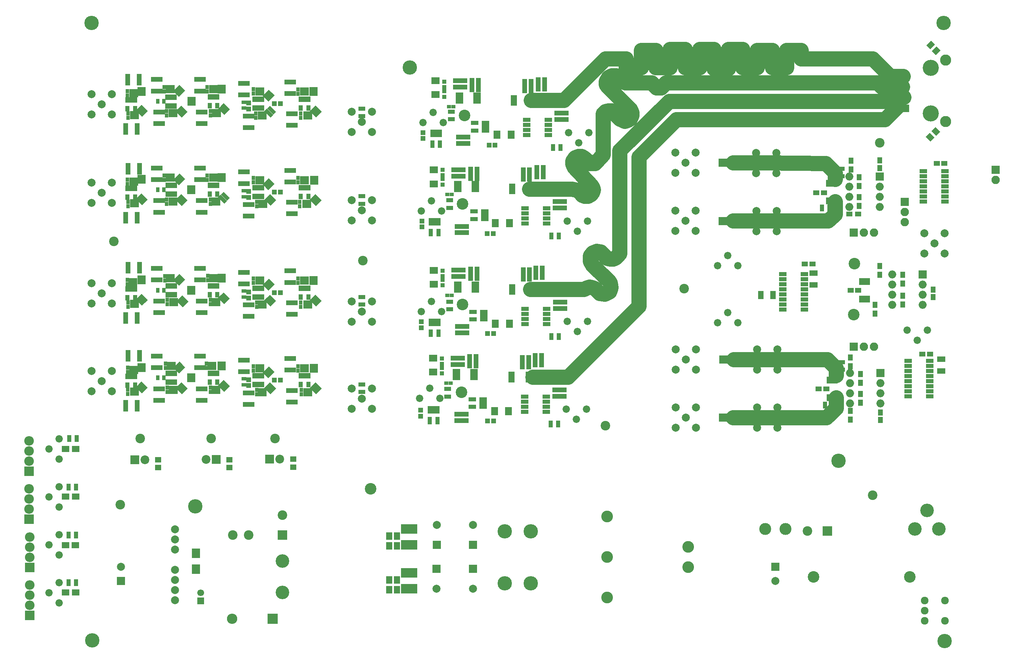
<source format=gbr>
G04 #@! TF.FileFunction,Soldermask,Top*
%FSLAX46Y46*%
G04 Gerber Fmt 4.6, Leading zero omitted, Abs format (unit mm)*
G04 Created by KiCad (PCBNEW 4.0.7) date 10/30/17 15:02:37*
%MOMM*%
%LPD*%
G01*
G04 APERTURE LIST*
%ADD10C,0.100000*%
%ADD11C,3.810000*%
%ADD12C,3.600000*%
%ADD13C,2.400000*%
%ADD14C,2.000000*%
%ADD15R,2.000000X1.400000*%
%ADD16R,2.100000X2.100000*%
%ADD17O,2.100000X2.100000*%
%ADD18C,1.840000*%
%ADD19R,2.000000X2.000000*%
%ADD20O,2.000000X2.000000*%
%ADD21R,2.200000X1.000000*%
%ADD22O,2.398980X2.398980*%
%ADD23R,2.398980X2.398980*%
%ADD24R,2.900000X1.300000*%
%ADD25R,2.400000X2.400000*%
%ADD26R,2.000000X2.400000*%
%ADD27R,2.100000X2.400000*%
%ADD28R,1.650000X1.900000*%
%ADD29R,1.700000X1.700000*%
%ADD30C,1.700000*%
%ADD31R,2.600000X2.600000*%
%ADD32O,2.600000X2.600000*%
%ADD33C,2.900000*%
%ADD34C,3.400000*%
%ADD35C,3.000000*%
%ADD36C,2.940000*%
%ADD37R,0.900000X1.000000*%
%ADD38R,1.000000X2.200000*%
%ADD39R,1.200000X3.600000*%
%ADD40R,3.600000X1.200000*%
%ADD41R,1.900000X1.650000*%
%ADD42R,1.150000X1.600000*%
%ADD43R,1.600000X1.150000*%
%ADD44R,1.100000X1.000000*%
%ADD45R,1.300000X2.900000*%
%ADD46R,1.300000X1.600000*%
%ADD47R,1.050000X1.960000*%
%ADD48R,1.960000X1.050000*%
%ADD49R,1.500000X0.800000*%
%ADD50R,1.850000X0.850000*%
%ADD51R,1.950000X1.000000*%
%ADD52R,0.700000X1.800000*%
%ADD53C,1.924000*%
%ADD54R,1.600000X1.300000*%
%ADD55C,2.800000*%
%ADD56C,4.049980*%
%ADD57R,1.901140X1.901140*%
%ADD58C,1.901140*%
%ADD59R,0.900000X1.300000*%
%ADD60R,1.050000X1.460000*%
%ADD61R,1.150000X1.200000*%
%ADD62R,1.200000X1.150000*%
%ADD63R,2.100000X1.700000*%
%ADD64R,1.700000X2.100000*%
%ADD65R,1.300000X0.900000*%
%ADD66R,1.700000X1.100000*%
%ADD67R,1.100000X1.700000*%
%ADD68R,1.400000X2.000000*%
%ADD69R,1.900000X1.000000*%
%ADD70R,2.200000X2.200000*%
%ADD71C,2.200000*%
%ADD72R,1.650000X1.400000*%
%ADD73R,1.000000X0.900000*%
G04 APERTURE END LIST*
D10*
D11*
X227400000Y-71400000D02*
X227400000Y-68200000D01*
X225600000Y-73000000D02*
X227400000Y-71400000D01*
X210200000Y-73000000D02*
X225600000Y-73000000D01*
X201800000Y-73000000D02*
X210200000Y-73000000D01*
X227400000Y-61000000D02*
X227400000Y-62600000D01*
X225000000Y-58600000D02*
X227400000Y-61000000D01*
X210000000Y-58400000D02*
X225000000Y-58600000D01*
X201800000Y-58400000D02*
X210000000Y-58400000D01*
X227600000Y-120000000D02*
X227600000Y-117400000D01*
X225200000Y-122400000D02*
X227600000Y-120000000D01*
X210400000Y-122400000D02*
X225200000Y-122400000D01*
X201800000Y-122400000D02*
X210400000Y-122400000D01*
X227600000Y-110000000D02*
X227600000Y-111800000D01*
X225400000Y-107800000D02*
X227600000Y-110000000D01*
X202000000Y-107800000D02*
X225400000Y-107800000D01*
X241200000Y-36800000D02*
X244400000Y-36800000D01*
X236800000Y-32400000D02*
X241200000Y-36800000D01*
X218800000Y-32400000D02*
X236800000Y-32400000D01*
X218800000Y-30200000D02*
X218800000Y-32400000D01*
X215200000Y-30200000D02*
X218800000Y-30200000D01*
X215200000Y-34600000D02*
X215200000Y-30200000D01*
X211600000Y-34600000D02*
X215200000Y-34600000D01*
X211600000Y-30200000D02*
X211600000Y-34600000D01*
X207800000Y-30200000D02*
X211600000Y-30200000D01*
X207800000Y-34600000D02*
X207800000Y-30200000D01*
X204200000Y-34600000D02*
X207800000Y-34600000D01*
X204200000Y-30000000D02*
X204200000Y-34600000D01*
X200600000Y-30000000D02*
X204200000Y-30000000D01*
X200600000Y-34800000D02*
X200600000Y-30000000D01*
X197000000Y-34800000D02*
X200600000Y-34800000D01*
X197000000Y-30000000D02*
X197000000Y-34800000D01*
X193400000Y-30000000D02*
X197000000Y-30000000D01*
X193400000Y-34600000D02*
X193400000Y-30000000D01*
X189800000Y-34600000D02*
X193400000Y-34600000D01*
X189800000Y-30000000D02*
X189800000Y-34600000D01*
X186000000Y-30000000D02*
X189800000Y-30000000D01*
X186000000Y-34600000D02*
X186000000Y-30000000D01*
X182400000Y-34600000D02*
X186000000Y-34600000D01*
X182400000Y-30200000D02*
X182400000Y-34600000D01*
X178800000Y-30200000D02*
X182400000Y-30200000D01*
X178800000Y-34600000D02*
X178800000Y-30200000D01*
X175000000Y-34600000D02*
X178800000Y-34600000D01*
X175000000Y-32400000D02*
X175000000Y-34600000D01*
X169800000Y-32400000D02*
X175000000Y-32400000D01*
X159400000Y-42800000D02*
X169800000Y-32400000D01*
X151200000Y-42800000D02*
X159400000Y-42800000D01*
X239000000Y-39400000D02*
X244200000Y-39400000D01*
X238000000Y-38400000D02*
X239000000Y-39400000D01*
X185000000Y-38400000D02*
X238000000Y-38400000D01*
X183800000Y-39600000D02*
X185000000Y-38400000D01*
X182600000Y-39600000D02*
X183800000Y-39600000D01*
X181400000Y-38400000D02*
X182600000Y-39600000D01*
X175400000Y-38400000D02*
X181400000Y-38400000D01*
X174800000Y-38400000D02*
X175400000Y-38400000D01*
X174400000Y-38200000D02*
X174800000Y-38400000D01*
X173800000Y-38000000D02*
X174400000Y-38200000D01*
X172400000Y-36600000D02*
X173800000Y-38000000D01*
X171400000Y-36600000D02*
X172400000Y-36600000D01*
X170600000Y-37000000D02*
X171400000Y-36600000D01*
X170000000Y-38000000D02*
X170600000Y-37000000D01*
X170000000Y-38800000D02*
X170000000Y-38000000D01*
X170400000Y-39400000D02*
X170000000Y-38800000D01*
X176000000Y-45000000D02*
X170400000Y-39400000D01*
X176400000Y-45800000D02*
X176000000Y-45000000D01*
X176400000Y-46600000D02*
X176400000Y-45800000D01*
X176000000Y-47400000D02*
X176400000Y-46600000D01*
X175400000Y-47800000D02*
X176000000Y-47400000D01*
X174600000Y-48000000D02*
X175400000Y-47800000D01*
X173400000Y-47400000D02*
X174600000Y-48000000D01*
X171800000Y-45800000D02*
X173400000Y-47400000D01*
X171400000Y-45400000D02*
X171800000Y-45800000D01*
X170600000Y-45400000D02*
X171400000Y-45400000D01*
X169800000Y-45600000D02*
X170600000Y-45400000D01*
X169200000Y-46200000D02*
X169800000Y-45600000D01*
X169200000Y-56400000D02*
X169200000Y-46200000D01*
X167200000Y-58600000D02*
X169200000Y-56400000D01*
X166400000Y-58600000D02*
X167200000Y-58600000D01*
X165800000Y-58600000D02*
X166400000Y-58600000D01*
X165600000Y-58200000D02*
X165800000Y-58600000D01*
X164400000Y-57200000D02*
X165600000Y-58200000D01*
X163800000Y-56800000D02*
X164400000Y-57200000D01*
X163000000Y-56800000D02*
X163800000Y-56800000D01*
X162200000Y-57200000D02*
X163000000Y-56800000D01*
X161600000Y-58000000D02*
X162200000Y-57200000D01*
X161600000Y-58800000D02*
X161600000Y-58000000D01*
X162000000Y-59600000D02*
X161600000Y-58800000D01*
X166200000Y-64000000D02*
X162000000Y-59600000D01*
X166600000Y-64600000D02*
X166200000Y-64000000D01*
X166800000Y-65200000D02*
X166600000Y-64600000D01*
X166600000Y-65800000D02*
X166800000Y-65200000D01*
X166200000Y-66400000D02*
X166600000Y-65800000D01*
X165400000Y-66800000D02*
X166200000Y-66400000D01*
X164600000Y-66800000D02*
X165400000Y-66800000D01*
X164000000Y-66600000D02*
X164600000Y-66800000D01*
X163000000Y-65400000D02*
X164000000Y-66600000D01*
X162200000Y-65200000D02*
X163000000Y-65400000D01*
X161400000Y-65000000D02*
X162200000Y-65200000D01*
X150800000Y-65000000D02*
X161400000Y-65000000D01*
X240800000Y-42000000D02*
X244600000Y-42000000D01*
X239600000Y-43000000D02*
X240800000Y-42000000D01*
X185800000Y-43000000D02*
X239600000Y-43000000D01*
X173400000Y-55400000D02*
X185800000Y-43000000D01*
X173400000Y-81200000D02*
X173400000Y-55400000D01*
X172400000Y-82200000D02*
X173400000Y-81200000D01*
X171800000Y-82600000D02*
X172400000Y-82200000D01*
X171000000Y-82600000D02*
X171800000Y-82600000D01*
X170200000Y-82400000D02*
X171000000Y-82600000D01*
X169200000Y-81400000D02*
X170200000Y-82400000D01*
X168600000Y-80800000D02*
X169200000Y-81400000D01*
X167600000Y-80600000D02*
X168600000Y-80800000D01*
X166600000Y-81000000D02*
X167600000Y-80600000D01*
X166000000Y-81800000D02*
X166600000Y-81000000D01*
X166000000Y-83200000D02*
X166000000Y-81800000D01*
X166600000Y-84200000D02*
X166000000Y-83200000D01*
X170600000Y-88000000D02*
X166600000Y-84200000D01*
X171000000Y-88600000D02*
X170600000Y-88000000D01*
X171200000Y-89800000D02*
X171000000Y-88600000D01*
X170800000Y-90800000D02*
X171200000Y-89800000D01*
X169600000Y-91400000D02*
X170800000Y-90800000D01*
X168400000Y-91200000D02*
X169600000Y-91400000D01*
X167200000Y-90000000D02*
X168400000Y-91200000D01*
X166600000Y-89800000D02*
X167200000Y-90000000D01*
X165800000Y-89600000D02*
X166600000Y-89800000D01*
X165200000Y-89800000D02*
X165800000Y-89600000D01*
X164400000Y-90200000D02*
X165200000Y-89800000D01*
X151000000Y-90200000D02*
X164400000Y-90200000D01*
X239800000Y-47600000D02*
X242800000Y-44600000D01*
X187600000Y-47600000D02*
X239800000Y-47600000D01*
X178200000Y-57000000D02*
X187600000Y-47600000D01*
X178200000Y-94400000D02*
X178200000Y-57000000D01*
X160400000Y-112200000D02*
X178200000Y-94400000D01*
X151600000Y-112200000D02*
X160400000Y-112200000D01*
D12*
X120800000Y-34600000D03*
X228200000Y-133200000D03*
X254600000Y-23400000D03*
X41000000Y-23400000D03*
X254800000Y-178400000D03*
D13*
X48200000Y-144200000D03*
D14*
X210200000Y-73100000D03*
X212740000Y-70560000D03*
X212740000Y-75640000D03*
X207660000Y-75640000D03*
X207660000Y-70560000D03*
X252260000Y-78660000D03*
X254800000Y-81200000D03*
X254800000Y-76120000D03*
X249720000Y-76120000D03*
X249720000Y-81200000D03*
D15*
X254000000Y-107700000D03*
X254000000Y-110700000D03*
D16*
X244800000Y-68260000D03*
D17*
X244800000Y-70800000D03*
X244800000Y-73340000D03*
D14*
X108800000Y-48200000D03*
X111340000Y-45660000D03*
X111340000Y-50740000D03*
X106260000Y-50740000D03*
X106260000Y-45660000D03*
X108800000Y-70400000D03*
X111340000Y-67860000D03*
X111340000Y-72940000D03*
X106260000Y-72940000D03*
X106260000Y-67860000D03*
D18*
X32940000Y-127660000D03*
X30400000Y-130200000D03*
X32940000Y-132740000D03*
D19*
X238712364Y-111223332D03*
D20*
X231092364Y-118843332D03*
X238712364Y-113763332D03*
X231092364Y-116303332D03*
X238712364Y-116303332D03*
X231092364Y-113763332D03*
X238712364Y-118843332D03*
X231092364Y-111223332D03*
D18*
X128740000Y-95740000D03*
X126200000Y-93200000D03*
X123660000Y-95740000D03*
D21*
X71200000Y-109908000D03*
X71200000Y-108892000D03*
D22*
X25565000Y-164380000D03*
D23*
X25565000Y-172000000D03*
D22*
X25565000Y-169460000D03*
X25565000Y-166920000D03*
X25400000Y-128220000D03*
D23*
X25400000Y-135840000D03*
D22*
X25400000Y-133300000D03*
X25400000Y-130760000D03*
D14*
X43600000Y-113200000D03*
X41060000Y-110660000D03*
X41060000Y-115740000D03*
X46140000Y-115740000D03*
X46140000Y-110660000D03*
D24*
X80400000Y-116150000D03*
X80400000Y-119050000D03*
D10*
G36*
X63665054Y-116490581D02*
X62109419Y-114934946D01*
X62816526Y-114227839D01*
X64372161Y-115783474D01*
X63665054Y-116490581D01*
X63665054Y-116490581D01*
G37*
G36*
X64383474Y-115772161D02*
X62827839Y-114216526D01*
X63534946Y-113509419D01*
X65090581Y-115065054D01*
X64383474Y-115772161D01*
X64383474Y-115772161D01*
G37*
D25*
X225400000Y-150800000D03*
D13*
X220400000Y-150800000D03*
D25*
X88900000Y-151800000D03*
D13*
X88900000Y-146800000D03*
D19*
X212400000Y-159800000D03*
D14*
X212400000Y-163300000D03*
D19*
X136600000Y-154300000D03*
D14*
X136600000Y-149300000D03*
D19*
X127490000Y-160300000D03*
D14*
X127490000Y-165300000D03*
D19*
X127600000Y-154300000D03*
D14*
X127600000Y-149300000D03*
D19*
X136600000Y-160300000D03*
D14*
X136600000Y-165300000D03*
D26*
X121600000Y-154300000D03*
X121600000Y-150300000D03*
X119600000Y-165300000D03*
X119600000Y-161300000D03*
X119600000Y-154300000D03*
X119600000Y-150300000D03*
X121600000Y-165300000D03*
X121600000Y-161300000D03*
D27*
X67200000Y-160400000D03*
X67200000Y-156400000D03*
D28*
X115600000Y-154550000D03*
X115600000Y-152050000D03*
X117600000Y-165550000D03*
X117600000Y-163050000D03*
X117600000Y-154550000D03*
X117600000Y-152050000D03*
X115600000Y-165550000D03*
X115600000Y-163050000D03*
D29*
X68400000Y-168300000D03*
D30*
X68400000Y-166300000D03*
D19*
X48400000Y-163300000D03*
D14*
X48400000Y-159800000D03*
D31*
X86400000Y-172800000D03*
D32*
X76240000Y-172800000D03*
D33*
X246100000Y-162300000D03*
X221970000Y-162300000D03*
D34*
X88900000Y-158300000D03*
X88900000Y-166200000D03*
D35*
X209900000Y-150300000D03*
X214900000Y-150300000D03*
D13*
X76400000Y-151800000D03*
X80400000Y-151800000D03*
D12*
X144600000Y-150900000D03*
X151100000Y-150900000D03*
X144600000Y-163900000D03*
X151100000Y-163900000D03*
D36*
X190560000Y-154760000D03*
X190560000Y-159840000D03*
X170240000Y-147140000D03*
X170240000Y-157300000D03*
X170240000Y-167460000D03*
D14*
X61940000Y-168190000D03*
X61940000Y-165650000D03*
X61940000Y-163110000D03*
X61940000Y-160570000D03*
X61940000Y-155490000D03*
X61940000Y-152950000D03*
X61940000Y-150410000D03*
D37*
X50078000Y-115306000D03*
X50078000Y-116406000D03*
X50078000Y-110948000D03*
X50078000Y-109848000D03*
D21*
X51800000Y-115292000D03*
X51800000Y-116308000D03*
D38*
X53092000Y-109800000D03*
X54108000Y-109800000D03*
D10*
G36*
X53665054Y-116288581D02*
X52109419Y-114732946D01*
X52816526Y-114025839D01*
X54372161Y-115581474D01*
X53665054Y-116288581D01*
X53665054Y-116288581D01*
G37*
G36*
X54383474Y-115570161D02*
X52827839Y-114014526D01*
X53534946Y-113307419D01*
X55090581Y-114863054D01*
X54383474Y-115570161D01*
X54383474Y-115570161D01*
G37*
D21*
X51602000Y-110906000D03*
X51602000Y-109890000D03*
D37*
X60000000Y-114850000D03*
X60000000Y-115950000D03*
X59600000Y-109950000D03*
X59600000Y-108850000D03*
D21*
X61498000Y-114892000D03*
X61498000Y-115908000D03*
X61000000Y-109908000D03*
X61000000Y-108892000D03*
D10*
G36*
X61509419Y-109865054D02*
X63065054Y-108309419D01*
X63772161Y-109016526D01*
X62216526Y-110572161D01*
X61509419Y-109865054D01*
X61509419Y-109865054D01*
G37*
G36*
X62227839Y-110583474D02*
X63783474Y-109027839D01*
X64490581Y-109734946D01*
X62934946Y-111290581D01*
X62227839Y-110583474D01*
X62227839Y-110583474D01*
G37*
D38*
X65492000Y-112400000D03*
X66508000Y-112400000D03*
D37*
X70800000Y-114850000D03*
X70800000Y-115950000D03*
X69800000Y-109950000D03*
X69800000Y-108850000D03*
D10*
G36*
X74263054Y-115890581D02*
X72707419Y-114334946D01*
X73414526Y-113627839D01*
X74970161Y-115183474D01*
X74263054Y-115890581D01*
X74263054Y-115890581D01*
G37*
G36*
X74981474Y-115172161D02*
X73425839Y-113616526D01*
X74132946Y-112909419D01*
X75688581Y-114465054D01*
X74981474Y-115172161D01*
X74981474Y-115172161D01*
G37*
D21*
X72200000Y-114892000D03*
X72200000Y-115908000D03*
D38*
X73092000Y-109400000D03*
X74108000Y-109400000D03*
D37*
X82400000Y-115450000D03*
X82400000Y-116550000D03*
X81600000Y-110550000D03*
X81600000Y-109450000D03*
D21*
X83800000Y-115492000D03*
X83800000Y-116508000D03*
X83200000Y-110508000D03*
X83200000Y-109492000D03*
D10*
G36*
X85865054Y-116490581D02*
X84309419Y-114934946D01*
X85016526Y-114227839D01*
X86572161Y-115783474D01*
X85865054Y-116490581D01*
X85865054Y-116490581D01*
G37*
G36*
X86583474Y-115772161D02*
X85027839Y-114216526D01*
X85734946Y-113509419D01*
X87290581Y-115065054D01*
X86583474Y-115772161D01*
X86583474Y-115772161D01*
G37*
G36*
X83909419Y-111065054D02*
X85465054Y-109509419D01*
X86172161Y-110216526D01*
X84616526Y-111772161D01*
X83909419Y-111065054D01*
X83909419Y-111065054D01*
G37*
G36*
X84627839Y-111783474D02*
X86183474Y-110227839D01*
X86890581Y-110934946D01*
X85334946Y-112490581D01*
X84627839Y-111783474D01*
X84627839Y-111783474D01*
G37*
D39*
X152226000Y-107980000D03*
X153826000Y-107980000D03*
X150576000Y-108480000D03*
X148976000Y-108480000D03*
D40*
X158276000Y-117030000D03*
X158276000Y-115430000D03*
X132801000Y-109068000D03*
X132801000Y-107468000D03*
D41*
X34550000Y-130200000D03*
X37050000Y-130200000D03*
X34550000Y-166200000D03*
X37050000Y-166200000D03*
X34550000Y-142200000D03*
X37050000Y-142200000D03*
D42*
X238600000Y-59750000D03*
X238600000Y-57850000D03*
D43*
X225150000Y-115200000D03*
X223250000Y-115200000D03*
X224550000Y-66000000D03*
X222650000Y-66000000D03*
X233150000Y-90400000D03*
X231250000Y-90400000D03*
D42*
X251948438Y-90259612D03*
X251948438Y-92159612D03*
D44*
X128800000Y-111300000D03*
X128800000Y-109900000D03*
X128800000Y-108900000D03*
X128800000Y-107500000D03*
D14*
X108800000Y-117600000D03*
X111340000Y-115060000D03*
X111340000Y-120140000D03*
X106260000Y-120140000D03*
X106260000Y-115060000D03*
D22*
X25565000Y-152315000D03*
D23*
X25565000Y-159935000D03*
D22*
X25565000Y-157395000D03*
X25565000Y-154855000D03*
D16*
X199260000Y-122400000D03*
D17*
X201800000Y-122400000D03*
D45*
X49550000Y-119400000D03*
X52450000Y-119400000D03*
X50152000Y-106842000D03*
X53052000Y-106842000D03*
D24*
X58000000Y-115150000D03*
X58000000Y-118050000D03*
X57400000Y-109850000D03*
X57400000Y-106950000D03*
X68610000Y-115150000D03*
X68610000Y-118050000D03*
X68200000Y-109850000D03*
X68200000Y-106950000D03*
X79200000Y-110850000D03*
X79200000Y-107950000D03*
D46*
X233692364Y-113603332D03*
X233692364Y-111403332D03*
X233400000Y-64300000D03*
X233400000Y-62100000D03*
X231200000Y-109500000D03*
X231200000Y-107300000D03*
X231400000Y-60100000D03*
X231400000Y-57900000D03*
X237400000Y-94100000D03*
X237400000Y-96300000D03*
X244348438Y-91759612D03*
X244348438Y-93959612D03*
X244348438Y-88759612D03*
X244348438Y-86559612D03*
X238548438Y-86559612D03*
X238548438Y-84359612D03*
D18*
X128340000Y-117540000D03*
X125800000Y-115000000D03*
X123260000Y-117540000D03*
X160026000Y-120230000D03*
X162566000Y-122770000D03*
X165106000Y-120230000D03*
X32940000Y-151760000D03*
X30400000Y-154300000D03*
X32940000Y-156840000D03*
X32940000Y-163720000D03*
X30400000Y-166260000D03*
X32940000Y-168800000D03*
X32900000Y-139720000D03*
X30360000Y-142260000D03*
X32900000Y-144800000D03*
D47*
X127726000Y-120380000D03*
X126776000Y-120380000D03*
X125826000Y-120380000D03*
X125826000Y-123080000D03*
X127726000Y-123080000D03*
D48*
X139126000Y-119680000D03*
X139126000Y-118730000D03*
X139126000Y-117780000D03*
X136426000Y-117780000D03*
X136426000Y-119680000D03*
D49*
X146250000Y-111225000D03*
X146250000Y-111875000D03*
X146250000Y-112525000D03*
X146250000Y-113175000D03*
X150550000Y-113175000D03*
X150550000Y-112525000D03*
X150550000Y-111875000D03*
X150550000Y-111225000D03*
D50*
X132506000Y-110595000D03*
X132506000Y-111245000D03*
X132506000Y-111895000D03*
X132506000Y-112545000D03*
X136906000Y-112545000D03*
X136906000Y-111895000D03*
X136906000Y-111245000D03*
X136906000Y-110595000D03*
D51*
X149576000Y-117075000D03*
X149576000Y-118345000D03*
X149576000Y-119615000D03*
X149576000Y-120885000D03*
X154976000Y-120885000D03*
X154976000Y-119615000D03*
X154976000Y-118345000D03*
X154976000Y-117075000D03*
D19*
X238600000Y-61920000D03*
D20*
X230980000Y-69540000D03*
X238600000Y-64460000D03*
X230980000Y-67000000D03*
X238600000Y-67000000D03*
X230980000Y-64460000D03*
X238600000Y-69540000D03*
X230980000Y-61920000D03*
D52*
X227600000Y-113000000D03*
X227100000Y-113000000D03*
X226600000Y-113000000D03*
X226100000Y-113000000D03*
X225600000Y-113000000D03*
X225600000Y-117400000D03*
X226100000Y-117400000D03*
X226600000Y-117400000D03*
X227100000Y-117400000D03*
X227600000Y-117400000D03*
X227400000Y-63600000D03*
X226900000Y-63600000D03*
X226400000Y-63600000D03*
X225900000Y-63600000D03*
X225400000Y-63600000D03*
X225400000Y-68000000D03*
X225900000Y-68000000D03*
X226400000Y-68000000D03*
X226900000Y-68000000D03*
X227400000Y-68000000D03*
X235748438Y-88259612D03*
X235248438Y-88259612D03*
X234748438Y-88259612D03*
X234248438Y-88259612D03*
X233748438Y-88259612D03*
X233748438Y-92659612D03*
X234248438Y-92659612D03*
X234748438Y-92659612D03*
X235248438Y-92659612D03*
X235748438Y-92659612D03*
D19*
X249348438Y-86459612D03*
D20*
X241728438Y-94079612D03*
X249348438Y-88999612D03*
X241728438Y-91539612D03*
X249348438Y-91539612D03*
X241728438Y-88999612D03*
X249348438Y-94079612D03*
X241728438Y-86459612D03*
D53*
X249820000Y-173340000D03*
X249820000Y-170800000D03*
X249820000Y-168260000D03*
X254900000Y-173340000D03*
X254900000Y-168260000D03*
D40*
X133726000Y-121480000D03*
X133726000Y-123080000D03*
D46*
X231200000Y-120700000D03*
X231200000Y-122900000D03*
D54*
X230900000Y-71300000D03*
X233100000Y-71300000D03*
D46*
X233692364Y-116403332D03*
X233692364Y-118603332D03*
X233400000Y-67100000D03*
X233400000Y-69300000D03*
D37*
X50200000Y-93450000D03*
X50200000Y-94550000D03*
X50000000Y-88950000D03*
X50000000Y-87850000D03*
D10*
G36*
X53665054Y-94290581D02*
X52109419Y-92734946D01*
X52816526Y-92027839D01*
X54372161Y-93583474D01*
X53665054Y-94290581D01*
X53665054Y-94290581D01*
G37*
G36*
X54383474Y-93572161D02*
X52827839Y-92016526D01*
X53534946Y-91309419D01*
X55090581Y-92865054D01*
X54383474Y-93572161D01*
X54383474Y-93572161D01*
G37*
D21*
X51400000Y-88908000D03*
X51400000Y-87892000D03*
X51800000Y-93292000D03*
X51800000Y-94308000D03*
D38*
X53092000Y-87800000D03*
X54108000Y-87800000D03*
D37*
X60000000Y-92850000D03*
X60000000Y-93950000D03*
X59400000Y-87950000D03*
X59400000Y-86850000D03*
D10*
G36*
X63865054Y-94690581D02*
X62309419Y-93134946D01*
X63016526Y-92427839D01*
X64572161Y-93983474D01*
X63865054Y-94690581D01*
X63865054Y-94690581D01*
G37*
G36*
X64583474Y-93972161D02*
X63027839Y-92416526D01*
X63734946Y-91709419D01*
X65290581Y-93265054D01*
X64583474Y-93972161D01*
X64583474Y-93972161D01*
G37*
G36*
X61509419Y-87865054D02*
X63065054Y-86309419D01*
X63772161Y-87016526D01*
X62216526Y-88572161D01*
X61509419Y-87865054D01*
X61509419Y-87865054D01*
G37*
G36*
X62227839Y-88583474D02*
X63783474Y-87027839D01*
X64490581Y-87734946D01*
X62934946Y-89290581D01*
X62227839Y-88583474D01*
X62227839Y-88583474D01*
G37*
D21*
X61600000Y-92892000D03*
X61600000Y-93908000D03*
X60800000Y-87908000D03*
X60800000Y-86892000D03*
D38*
X65492000Y-90400000D03*
X66508000Y-90400000D03*
D37*
X70800000Y-92850000D03*
X70800000Y-93950000D03*
X70200000Y-87890000D03*
X70200000Y-86790000D03*
D21*
X72200000Y-92892000D03*
X72200000Y-93908000D03*
X71600000Y-87908000D03*
X71600000Y-86892000D03*
D10*
G36*
X74265054Y-93890581D02*
X72709419Y-92334946D01*
X73416526Y-91627839D01*
X74972161Y-93183474D01*
X74265054Y-93890581D01*
X74265054Y-93890581D01*
G37*
G36*
X74983474Y-93172161D02*
X73427839Y-91616526D01*
X74134946Y-90909419D01*
X75690581Y-92465054D01*
X74983474Y-93172161D01*
X74983474Y-93172161D01*
G37*
D38*
X73092000Y-87400000D03*
X74108000Y-87400000D03*
D37*
X82400000Y-93450000D03*
X82400000Y-94550000D03*
X81600000Y-88550000D03*
X81600000Y-87450000D03*
D21*
X83800000Y-93492000D03*
X83800000Y-94508000D03*
D10*
G36*
X83909419Y-89065054D02*
X85465054Y-87509419D01*
X86172161Y-88216526D01*
X84616526Y-89772161D01*
X83909419Y-89065054D01*
X83909419Y-89065054D01*
G37*
G36*
X84627839Y-89783474D02*
X86183474Y-88227839D01*
X86890581Y-88934946D01*
X85334946Y-90490581D01*
X84627839Y-89783474D01*
X84627839Y-89783474D01*
G37*
G36*
X85865054Y-94490581D02*
X84309419Y-92934946D01*
X85016526Y-92227839D01*
X86572161Y-93783474D01*
X85865054Y-94490581D01*
X85865054Y-94490581D01*
G37*
G36*
X86583474Y-93772161D02*
X85027839Y-92216526D01*
X85734946Y-91509419D01*
X87290581Y-93065054D01*
X86583474Y-93772161D01*
X86583474Y-93772161D01*
G37*
D21*
X83200000Y-88508000D03*
X83200000Y-87492000D03*
D22*
X25400000Y-140260000D03*
D23*
X25400000Y-147880000D03*
D22*
X25400000Y-145340000D03*
X25400000Y-142800000D03*
D45*
X49550000Y-97400000D03*
X52450000Y-97400000D03*
X50150000Y-84800000D03*
X53050000Y-84800000D03*
D24*
X58000000Y-93150000D03*
X58000000Y-96050000D03*
X57400000Y-87850000D03*
X57400000Y-84950000D03*
X68600000Y-93150000D03*
X68600000Y-96050000D03*
X68200000Y-87850000D03*
X68200000Y-84950000D03*
X80400000Y-94100000D03*
X80400000Y-97000000D03*
X79200000Y-88850000D03*
X79200000Y-85950000D03*
D39*
X135800000Y-108200000D03*
X137400000Y-108200000D03*
D41*
X34500000Y-154400000D03*
X37000000Y-154400000D03*
D42*
X238696668Y-121050000D03*
X238696668Y-122950000D03*
D14*
X43600000Y-91200000D03*
X41060000Y-88660000D03*
X41060000Y-93740000D03*
X46140000Y-93740000D03*
X46140000Y-88660000D03*
D34*
X247400000Y-150300000D03*
X253400000Y-150300000D03*
X250400000Y-145600000D03*
D55*
X255030000Y-32655000D03*
X255030000Y-48145000D03*
D56*
X251350000Y-34685000D03*
X251350000Y-46115000D03*
D57*
X245000000Y-44845000D03*
D58*
X242460000Y-43575000D03*
X245000000Y-42305000D03*
X242460000Y-41035000D03*
X245000000Y-39765000D03*
X242460000Y-38495000D03*
X245000000Y-37225000D03*
X242460000Y-35955000D03*
D14*
X190000000Y-122400000D03*
X192540000Y-119860000D03*
X192540000Y-124940000D03*
X187460000Y-124940000D03*
X187460000Y-119860000D03*
X210400000Y-122400000D03*
X207860000Y-119860000D03*
X212940000Y-119860000D03*
X212940000Y-124940000D03*
X207860000Y-124940000D03*
D59*
X59150000Y-112400000D03*
X57650000Y-112400000D03*
X59150000Y-90400000D03*
X57650000Y-90400000D03*
D60*
X51917000Y-112047000D03*
X50967000Y-112047000D03*
X50017000Y-112047000D03*
X50017000Y-114247000D03*
X51917000Y-114247000D03*
X51950000Y-90100000D03*
X51000000Y-90100000D03*
X50050000Y-90100000D03*
X50050000Y-92300000D03*
X51950000Y-92300000D03*
D61*
X80400000Y-112850000D03*
X80400000Y-114350000D03*
D62*
X86850000Y-113000000D03*
X88350000Y-113000000D03*
D61*
X123526000Y-120480000D03*
X123526000Y-121980000D03*
D62*
X141750000Y-123200000D03*
X140250000Y-123200000D03*
D61*
X80400000Y-90850000D03*
X80400000Y-92350000D03*
D62*
X86850000Y-91000000D03*
X88350000Y-91000000D03*
D63*
X126600000Y-110950000D03*
X126600000Y-107450000D03*
D64*
X145526000Y-120730000D03*
X142026000Y-120730000D03*
D65*
X79200000Y-114150000D03*
X79200000Y-112650000D03*
D66*
X130250000Y-115192000D03*
X130250000Y-117092000D03*
D67*
X157976000Y-123980000D03*
X156076000Y-123980000D03*
D65*
X79200000Y-92150000D03*
X79200000Y-90650000D03*
D60*
X61950000Y-111300000D03*
X61000000Y-111300000D03*
X60050000Y-111300000D03*
X60050000Y-113500000D03*
X61950000Y-113500000D03*
X61000000Y-113500000D03*
X72550000Y-111300000D03*
X71600000Y-111300000D03*
X70650000Y-111300000D03*
X70650000Y-113500000D03*
X72550000Y-113500000D03*
X83750000Y-111900000D03*
X82800000Y-111900000D03*
X81850000Y-111900000D03*
X81850000Y-114100000D03*
X83750000Y-114100000D03*
X82800000Y-114100000D03*
X61950000Y-89300000D03*
X61000000Y-89300000D03*
X60050000Y-89300000D03*
X60050000Y-91500000D03*
X61950000Y-91500000D03*
X61000000Y-91500000D03*
X72550000Y-89300000D03*
X71600000Y-89300000D03*
X70650000Y-89300000D03*
X70650000Y-91500000D03*
X72550000Y-91500000D03*
X83750000Y-89900000D03*
X82800000Y-89900000D03*
X81850000Y-89900000D03*
X81850000Y-92100000D03*
X83750000Y-92100000D03*
X82800000Y-92100000D03*
D66*
X108800000Y-114050000D03*
X108800000Y-115950000D03*
D37*
X93600000Y-115450000D03*
X93600000Y-116550000D03*
X92800000Y-110550000D03*
X92800000Y-109450000D03*
D21*
X95200000Y-115492000D03*
X95200000Y-116508000D03*
X94400000Y-110508000D03*
X94400000Y-109492000D03*
D10*
G36*
X97265054Y-116490581D02*
X95709419Y-114934946D01*
X96416526Y-114227839D01*
X97972161Y-115783474D01*
X97265054Y-116490581D01*
X97265054Y-116490581D01*
G37*
G36*
X97983474Y-115772161D02*
X96427839Y-114216526D01*
X97134946Y-113509419D01*
X98690581Y-115065054D01*
X97983474Y-115772161D01*
X97983474Y-115772161D01*
G37*
D38*
X96200000Y-110000000D03*
X97216000Y-110000000D03*
D37*
X93400000Y-93450000D03*
X93400000Y-94550000D03*
X92800000Y-88550000D03*
X92800000Y-87450000D03*
D21*
X95200000Y-93492000D03*
X95200000Y-94508000D03*
X94400000Y-88508000D03*
X94400000Y-87492000D03*
D10*
G36*
X97265054Y-94490581D02*
X95709419Y-92934946D01*
X96416526Y-92227839D01*
X97972161Y-93783474D01*
X97265054Y-94490581D01*
X97265054Y-94490581D01*
G37*
G36*
X97983474Y-93772161D02*
X96427839Y-92216526D01*
X97134946Y-91509419D01*
X98690581Y-93065054D01*
X97983474Y-93772161D01*
X97983474Y-93772161D01*
G37*
D38*
X96184000Y-88000000D03*
X97200000Y-88000000D03*
D24*
X91200000Y-115550000D03*
X91200000Y-118450000D03*
X90800000Y-110450000D03*
X90800000Y-107550000D03*
X91200000Y-93550000D03*
X91200000Y-96450000D03*
X90800000Y-88450000D03*
X90800000Y-85550000D03*
D60*
X95350000Y-111900000D03*
X94400000Y-111900000D03*
X93450000Y-111900000D03*
X93450000Y-114100000D03*
X95350000Y-114100000D03*
X95350000Y-89900000D03*
X94400000Y-89900000D03*
X93450000Y-89900000D03*
X93450000Y-92100000D03*
X95350000Y-92100000D03*
D61*
X123700000Y-98300000D03*
X123700000Y-99800000D03*
D40*
X133900000Y-99500000D03*
X133900000Y-101100000D03*
D39*
X150799999Y-86500000D03*
X149199999Y-86500000D03*
X152400000Y-86000000D03*
X154000000Y-86000000D03*
D40*
X158476000Y-95030001D03*
X158476000Y-93430001D03*
D62*
X141750000Y-101300000D03*
X140250000Y-101300000D03*
D39*
X136000000Y-86300000D03*
X137600000Y-86300000D03*
D40*
X133000000Y-87000000D03*
X133000000Y-85400000D03*
D44*
X129000000Y-89200000D03*
X129000000Y-87800000D03*
X129000000Y-86900000D03*
X129000000Y-85500000D03*
D63*
X126800000Y-88950000D03*
X126800000Y-85450000D03*
D64*
X145750000Y-98800000D03*
X142250000Y-98800000D03*
D14*
X108800000Y-95800000D03*
X111340000Y-93260000D03*
X111340000Y-98340000D03*
X106260000Y-98340000D03*
X106260000Y-93260000D03*
D66*
X108800000Y-92099999D03*
X108800000Y-93999999D03*
X130750000Y-93300000D03*
X130750000Y-95200000D03*
D67*
X158150000Y-102000000D03*
X156250000Y-102000000D03*
D18*
X160260000Y-98260000D03*
X162800000Y-100800000D03*
X165340000Y-98260000D03*
D47*
X127950000Y-98450000D03*
X127000000Y-98450000D03*
X126050000Y-98450000D03*
X126050000Y-101150000D03*
X127950000Y-101150000D03*
D48*
X139350000Y-97750000D03*
X139350000Y-96800000D03*
X139350000Y-95850000D03*
X136650000Y-95850000D03*
X136650000Y-97750000D03*
D49*
X146450000Y-89225000D03*
X146450000Y-89875000D03*
X146450000Y-90525000D03*
X146450000Y-91175000D03*
X150750000Y-91175000D03*
X150750000Y-90525000D03*
X150750000Y-89875000D03*
X150750000Y-89225000D03*
D50*
X132800000Y-88625000D03*
X132800000Y-89275000D03*
X132800000Y-89925000D03*
X132800000Y-90575000D03*
X137200000Y-90575000D03*
X137200000Y-89925000D03*
X137200000Y-89275000D03*
X137200000Y-88625000D03*
D51*
X149700000Y-95095000D03*
X149700000Y-96365000D03*
X149700000Y-97635000D03*
X149700000Y-98905000D03*
X155100000Y-98905000D03*
X155100000Y-97635000D03*
X155100000Y-96365000D03*
X155100000Y-95095000D03*
D67*
X35250000Y-151800000D03*
X37150000Y-151800000D03*
X35450000Y-127600000D03*
X37350000Y-127600000D03*
X35250000Y-163800000D03*
X37150000Y-163800000D03*
X35250000Y-139800000D03*
X37150000Y-139800000D03*
D68*
X208800000Y-91600000D03*
X211800000Y-91600000D03*
D15*
X222000000Y-86100000D03*
X222000000Y-89100000D03*
D14*
X190000000Y-107800000D03*
X192540000Y-105260000D03*
X192540000Y-110340000D03*
X187460000Y-110340000D03*
X187460000Y-105260000D03*
X210400000Y-107800000D03*
X212940000Y-105260000D03*
X212940000Y-110340000D03*
X207860000Y-110340000D03*
X207860000Y-105260000D03*
D16*
X199400000Y-107800000D03*
D17*
X201940000Y-107800000D03*
D18*
X245460000Y-100400000D03*
X248000000Y-102940000D03*
X250540000Y-100400000D03*
D69*
X214300000Y-86355000D03*
X214300000Y-87625000D03*
X214300000Y-88895000D03*
X214300000Y-90165000D03*
X214300000Y-91435000D03*
X214300000Y-92705000D03*
X214300000Y-93975000D03*
X214300000Y-95245000D03*
X219700000Y-95245000D03*
X219700000Y-93975000D03*
X219700000Y-92705000D03*
X219700000Y-91435000D03*
X219700000Y-90165000D03*
X219700000Y-88895000D03*
X219700000Y-87625000D03*
X219700000Y-86355000D03*
X245700000Y-108155000D03*
X245700000Y-109425000D03*
X245700000Y-110695000D03*
X245700000Y-111965000D03*
X245700000Y-113235000D03*
X245700000Y-114505000D03*
X245700000Y-115775000D03*
X245700000Y-117045000D03*
X251100000Y-117045000D03*
X251100000Y-115775000D03*
X251100000Y-114505000D03*
X251100000Y-113235000D03*
X251100000Y-111965000D03*
X251100000Y-110695000D03*
X251100000Y-109425000D03*
X251100000Y-108155000D03*
D37*
X50200000Y-68250000D03*
X50200000Y-69350000D03*
X50000000Y-63750000D03*
X50000000Y-62650000D03*
D21*
X51800000Y-68092000D03*
X51800000Y-69108000D03*
D38*
X53092000Y-62600000D03*
X54108000Y-62600000D03*
D10*
G36*
X53665054Y-69090581D02*
X52109419Y-67534946D01*
X52816526Y-66827839D01*
X54372161Y-68383474D01*
X53665054Y-69090581D01*
X53665054Y-69090581D01*
G37*
G36*
X54383474Y-68372161D02*
X52827839Y-66816526D01*
X53534946Y-66109419D01*
X55090581Y-67665054D01*
X54383474Y-68372161D01*
X54383474Y-68372161D01*
G37*
D21*
X51600000Y-63708000D03*
X51600000Y-62692000D03*
D37*
X59800000Y-67650000D03*
X59800000Y-68750000D03*
X59200000Y-62750000D03*
X59200000Y-61650000D03*
D10*
G36*
X63665054Y-69290581D02*
X62109419Y-67734946D01*
X62816526Y-67027839D01*
X64372161Y-68583474D01*
X63665054Y-69290581D01*
X63665054Y-69290581D01*
G37*
G36*
X64383474Y-68572161D02*
X62827839Y-67016526D01*
X63534946Y-66309419D01*
X65090581Y-67865054D01*
X64383474Y-68572161D01*
X64383474Y-68572161D01*
G37*
D21*
X60800000Y-62708000D03*
X60800000Y-61692000D03*
X61400000Y-67692000D03*
X61400000Y-68708000D03*
D10*
G36*
X61509419Y-62665054D02*
X63065054Y-61109419D01*
X63772161Y-61816526D01*
X62216526Y-63372161D01*
X61509419Y-62665054D01*
X61509419Y-62665054D01*
G37*
G36*
X62227839Y-63383474D02*
X63783474Y-61827839D01*
X64490581Y-62534946D01*
X62934946Y-64090581D01*
X62227839Y-63383474D01*
X62227839Y-63383474D01*
G37*
D38*
X65492000Y-65200000D03*
X66508000Y-65200000D03*
D37*
X70800000Y-67650000D03*
X70800000Y-68750000D03*
X70000000Y-62750000D03*
X70000000Y-61650000D03*
D21*
X72200000Y-67692000D03*
X72200000Y-68708000D03*
D38*
X73092000Y-62200000D03*
X74108000Y-62200000D03*
D61*
X80400000Y-65650000D03*
X80400000Y-67150000D03*
D10*
G36*
X74265054Y-68690581D02*
X72709419Y-67134946D01*
X73416526Y-66427839D01*
X74972161Y-67983474D01*
X74265054Y-68690581D01*
X74265054Y-68690581D01*
G37*
G36*
X74983474Y-67972161D02*
X73427839Y-66416526D01*
X74134946Y-65709419D01*
X75690581Y-67265054D01*
X74983474Y-67972161D01*
X74983474Y-67972161D01*
G37*
D21*
X71600000Y-62708000D03*
X71600000Y-61692000D03*
D37*
X82442000Y-68292000D03*
X82442000Y-69392000D03*
X81600000Y-63350000D03*
X81600000Y-62250000D03*
D62*
X86850000Y-65800000D03*
X88350000Y-65800000D03*
D10*
G36*
X85905844Y-69249791D02*
X84350209Y-67694156D01*
X85057316Y-66987049D01*
X86612951Y-68542684D01*
X85905844Y-69249791D01*
X85905844Y-69249791D01*
G37*
G36*
X86624264Y-68531371D02*
X85068629Y-66975736D01*
X85775736Y-66268629D01*
X87331371Y-67824264D01*
X86624264Y-68531371D01*
X86624264Y-68531371D01*
G37*
D21*
X83200000Y-63308000D03*
X83200000Y-62292000D03*
X84000000Y-68292000D03*
X84000000Y-69308000D03*
D10*
G36*
X83909419Y-63865054D02*
X85465054Y-62309419D01*
X86172161Y-63016526D01*
X84616526Y-64572161D01*
X83909419Y-63865054D01*
X83909419Y-63865054D01*
G37*
G36*
X84627839Y-64583474D02*
X86183474Y-63027839D01*
X86890581Y-63734946D01*
X85334946Y-65290581D01*
X84627839Y-64583474D01*
X84627839Y-64583474D01*
G37*
D37*
X93200000Y-68250000D03*
X93200000Y-69350000D03*
X92800000Y-63350000D03*
X92800000Y-62250000D03*
D10*
G36*
X97265054Y-69290581D02*
X95709419Y-67734946D01*
X96416526Y-67027839D01*
X97972161Y-68583474D01*
X97265054Y-69290581D01*
X97265054Y-69290581D01*
G37*
G36*
X97983474Y-68572161D02*
X96427839Y-67016526D01*
X97134946Y-66309419D01*
X98690581Y-67865054D01*
X97983474Y-68572161D01*
X97983474Y-68572161D01*
G37*
D21*
X94400000Y-63308000D03*
X94400000Y-62292000D03*
X95000000Y-68292000D03*
X95000000Y-69308000D03*
D38*
X96292000Y-62800000D03*
X97308000Y-62800000D03*
D14*
X43600000Y-66000000D03*
X41060000Y-63460000D03*
X41060000Y-68540000D03*
X46140000Y-68540000D03*
X46140000Y-63460000D03*
D45*
X49550000Y-72200000D03*
X52450000Y-72200000D03*
X50150000Y-60000000D03*
X53050000Y-60000000D03*
D24*
X58000000Y-67950000D03*
X58000000Y-70850000D03*
X57400000Y-62650000D03*
X57400000Y-59750000D03*
X68600000Y-67950000D03*
X68600000Y-70850000D03*
X68200000Y-62650000D03*
X68200000Y-59750000D03*
X80400000Y-68950000D03*
X80400000Y-71850000D03*
X79200000Y-63650000D03*
X79200000Y-60750000D03*
X91200000Y-68350000D03*
X91200000Y-71250000D03*
X90800000Y-63250000D03*
X90800000Y-60350000D03*
D66*
X108800000Y-66850000D03*
X108800000Y-68750000D03*
D59*
X59150000Y-65200000D03*
X57650000Y-65200000D03*
D65*
X79200000Y-66950000D03*
X79200000Y-65450000D03*
D60*
X51950000Y-64900000D03*
X51000000Y-64900000D03*
X50050000Y-64900000D03*
X50050000Y-67100000D03*
X51950000Y-67100000D03*
X61950000Y-64100000D03*
X61000000Y-64100000D03*
X60050000Y-64100000D03*
X60050000Y-66300000D03*
X61950000Y-66300000D03*
X61000000Y-66300000D03*
X72550000Y-64100000D03*
X71600000Y-64100000D03*
X70650000Y-64100000D03*
X70650000Y-66300000D03*
X72550000Y-66300000D03*
X83750000Y-64700000D03*
X82800000Y-64700000D03*
X81850000Y-64700000D03*
X81850000Y-66900000D03*
X83750000Y-66900000D03*
X82800000Y-66900000D03*
X95350000Y-64700000D03*
X94400000Y-64700000D03*
X93450000Y-64700000D03*
X93450000Y-66900000D03*
X95350000Y-66900000D03*
D37*
X50200000Y-46050000D03*
X50200000Y-47150000D03*
X50000000Y-41550000D03*
X50000000Y-40450000D03*
D21*
X51800000Y-45984000D03*
X51800000Y-47000000D03*
X51600000Y-41508000D03*
X51600000Y-40492000D03*
D10*
G36*
X53665054Y-46890581D02*
X52109419Y-45334946D01*
X52816526Y-44627839D01*
X54372161Y-46183474D01*
X53665054Y-46890581D01*
X53665054Y-46890581D01*
G37*
G36*
X54383474Y-46172161D02*
X52827839Y-44616526D01*
X53534946Y-43909419D01*
X55090581Y-45465054D01*
X54383474Y-46172161D01*
X54383474Y-46172161D01*
G37*
D38*
X53092000Y-40600000D03*
X54108000Y-40600000D03*
D37*
X59800000Y-45450000D03*
X59800000Y-46550000D03*
X59200000Y-40550000D03*
X59200000Y-39450000D03*
D10*
G36*
X63665054Y-47090581D02*
X62109419Y-45534946D01*
X62816526Y-44827839D01*
X64372161Y-46383474D01*
X63665054Y-47090581D01*
X63665054Y-47090581D01*
G37*
G36*
X64383474Y-46372161D02*
X62827839Y-44816526D01*
X63534946Y-44109419D01*
X65090581Y-45665054D01*
X64383474Y-46372161D01*
X64383474Y-46372161D01*
G37*
D21*
X60800000Y-40508000D03*
X60800000Y-39492000D03*
X61400000Y-45492000D03*
X61400000Y-46508000D03*
D10*
G36*
X61509419Y-40465054D02*
X63065054Y-38909419D01*
X63772161Y-39616526D01*
X62216526Y-41172161D01*
X61509419Y-40465054D01*
X61509419Y-40465054D01*
G37*
G36*
X62227839Y-41183474D02*
X63783474Y-39627839D01*
X64490581Y-40334946D01*
X62934946Y-41890581D01*
X62227839Y-41183474D01*
X62227839Y-41183474D01*
G37*
D38*
X65562000Y-43030000D03*
X66578000Y-43030000D03*
D37*
X70800000Y-45450000D03*
X70800000Y-46550000D03*
X70000000Y-40550000D03*
X70000000Y-39450000D03*
D21*
X72400000Y-45492000D03*
X72400000Y-46508000D03*
D38*
X73092000Y-40000000D03*
X74108000Y-40000000D03*
D61*
X80400000Y-43450000D03*
X80400000Y-44950000D03*
D10*
G36*
X74305844Y-46449791D02*
X72750209Y-44894156D01*
X73457316Y-44187049D01*
X75012951Y-45742684D01*
X74305844Y-46449791D01*
X74305844Y-46449791D01*
G37*
G36*
X75024264Y-45731371D02*
X73468629Y-44175736D01*
X74175736Y-43468629D01*
X75731371Y-45024264D01*
X75024264Y-45731371D01*
X75024264Y-45731371D01*
G37*
D21*
X71600000Y-40508000D03*
X71600000Y-39492000D03*
D37*
X82200000Y-46050000D03*
X82200000Y-47150000D03*
X81600000Y-41100000D03*
X81600000Y-40000000D03*
D62*
X86850000Y-43600000D03*
X88350000Y-43600000D03*
D21*
X83800000Y-46092000D03*
X83800000Y-47108000D03*
X83200000Y-41108000D03*
X83200000Y-40092000D03*
D10*
G36*
X85865054Y-47090581D02*
X84309419Y-45534946D01*
X85016526Y-44827839D01*
X86572161Y-46383474D01*
X85865054Y-47090581D01*
X85865054Y-47090581D01*
G37*
G36*
X86583474Y-46372161D02*
X85027839Y-44816526D01*
X85734946Y-44109419D01*
X87290581Y-45665054D01*
X86583474Y-46372161D01*
X86583474Y-46372161D01*
G37*
G36*
X83909419Y-41665054D02*
X85465054Y-40109419D01*
X86172161Y-40816526D01*
X84616526Y-42372161D01*
X83909419Y-41665054D01*
X83909419Y-41665054D01*
G37*
G36*
X84627839Y-42383474D02*
X86183474Y-40827839D01*
X86890581Y-41534946D01*
X85334946Y-43090581D01*
X84627839Y-42383474D01*
X84627839Y-42383474D01*
G37*
D37*
X93400000Y-46050000D03*
X93400000Y-47150000D03*
X92800000Y-41150000D03*
X92800000Y-40050000D03*
D21*
X95200000Y-46092000D03*
X95200000Y-47108000D03*
X94400000Y-41108000D03*
X94400000Y-40092000D03*
D10*
G36*
X97305844Y-47049791D02*
X95750209Y-45494156D01*
X96457316Y-44787049D01*
X98012951Y-46342684D01*
X97305844Y-47049791D01*
X97305844Y-47049791D01*
G37*
G36*
X98024264Y-46331371D02*
X96468629Y-44775736D01*
X97175736Y-44068629D01*
X98731371Y-45624264D01*
X98024264Y-46331371D01*
X98024264Y-46331371D01*
G37*
D38*
X96184000Y-40600000D03*
X97200000Y-40600000D03*
D14*
X43600000Y-43800000D03*
X41060000Y-41260000D03*
X41060000Y-46340000D03*
X46140000Y-46340000D03*
X46140000Y-41260000D03*
D45*
X49550000Y-50000000D03*
X52450000Y-50000000D03*
X50100000Y-37600000D03*
X53000000Y-37600000D03*
D24*
X58000000Y-45750000D03*
X58000000Y-48650000D03*
X57400000Y-40450000D03*
X57400000Y-37550000D03*
X68600000Y-45750000D03*
X68600000Y-48650000D03*
X68200000Y-40450000D03*
X68200000Y-37550000D03*
X80400000Y-46750000D03*
X80400000Y-49650000D03*
X79200000Y-41450000D03*
X79200000Y-38550000D03*
X91200000Y-46150000D03*
X91200000Y-49050000D03*
X90800000Y-41100000D03*
X90800000Y-38200000D03*
D66*
X108800000Y-44850000D03*
X108800000Y-46750000D03*
D59*
X59150000Y-43000000D03*
X57650000Y-43000000D03*
D65*
X79200000Y-44750000D03*
X79200000Y-43250000D03*
D60*
X51950000Y-42700000D03*
X51000000Y-42700000D03*
X50050000Y-42700000D03*
X50050000Y-44900000D03*
X51950000Y-44900000D03*
X61900000Y-42000000D03*
X60950000Y-42000000D03*
X60000000Y-42000000D03*
X60000000Y-44200000D03*
X61900000Y-44200000D03*
X60950000Y-44200000D03*
X72550000Y-41900000D03*
X71600000Y-41900000D03*
X70650000Y-41900000D03*
X70650000Y-44100000D03*
X72550000Y-44100000D03*
X83750000Y-42500000D03*
X82800000Y-42500000D03*
X81850000Y-42500000D03*
X81850000Y-44700000D03*
X83750000Y-44700000D03*
X82800000Y-44700000D03*
X95350000Y-42500000D03*
X94400000Y-42500000D03*
X93450000Y-42500000D03*
X93450000Y-44700000D03*
X95350000Y-44700000D03*
D61*
X123800000Y-73050000D03*
X123800000Y-74550000D03*
D40*
X133800000Y-74400000D03*
X133800000Y-76000000D03*
D39*
X150800000Y-61400000D03*
X149200000Y-61400000D03*
X152600000Y-60800000D03*
X154200000Y-60800000D03*
D40*
X158400000Y-69799999D03*
X158400000Y-68199999D03*
D62*
X141700000Y-76200000D03*
X140200000Y-76200000D03*
D40*
X133000000Y-61800001D03*
X133000000Y-60200001D03*
D39*
X136000000Y-61200000D03*
X137600000Y-61200000D03*
D44*
X129000000Y-63900000D03*
X129000000Y-62500000D03*
X129000000Y-61600000D03*
X129000000Y-60200000D03*
D63*
X126800000Y-63750000D03*
X126800000Y-60250000D03*
D64*
X145750000Y-73600000D03*
X142250000Y-73600000D03*
D66*
X130750000Y-67850000D03*
X130750000Y-69750000D03*
D67*
X158150000Y-76800000D03*
X156250000Y-76800000D03*
D18*
X128740000Y-70540000D03*
X126200000Y-68000000D03*
X123660000Y-70540000D03*
X160260000Y-73060000D03*
X162800000Y-75600000D03*
X165340000Y-73060000D03*
D47*
X127950000Y-73250000D03*
X127000000Y-73250000D03*
X126050000Y-73250000D03*
X126050000Y-75950000D03*
X127950000Y-75950000D03*
D48*
X139550000Y-72550000D03*
X139550000Y-71600000D03*
X139550000Y-70650000D03*
X136850000Y-70650000D03*
X136850000Y-72550000D03*
D49*
X146450000Y-64025000D03*
X146450000Y-64675000D03*
X146450000Y-65325000D03*
X146450000Y-65975000D03*
X150750000Y-65975000D03*
X150750000Y-65325000D03*
X150750000Y-64675000D03*
X150750000Y-64025000D03*
D50*
X132800000Y-63425000D03*
X132800000Y-64075000D03*
X132800000Y-64725000D03*
X132800000Y-65375000D03*
X137200000Y-65375000D03*
X137200000Y-64725000D03*
X137200000Y-64075000D03*
X137200000Y-63425000D03*
D51*
X149700000Y-69895000D03*
X149700000Y-71165000D03*
X149700000Y-72435000D03*
X149700000Y-73705000D03*
X155100000Y-73705000D03*
X155100000Y-72435000D03*
X155100000Y-71165000D03*
X155100000Y-69895000D03*
D61*
X124126000Y-50880000D03*
X124126000Y-52380000D03*
D40*
X134200000Y-52000000D03*
X134200000Y-53600000D03*
D39*
X151200000Y-39200000D03*
X149600000Y-39200000D03*
X153000000Y-38800000D03*
X154600000Y-38800000D03*
D40*
X158800000Y-47600000D03*
X158800000Y-46000000D03*
D62*
X142150000Y-54000000D03*
X140650000Y-54000000D03*
D40*
X133400000Y-39500000D03*
X133400000Y-37900000D03*
D39*
X136400000Y-39000000D03*
X138000000Y-39000000D03*
D44*
X129400000Y-41900000D03*
X129400000Y-40500000D03*
X129400000Y-39500000D03*
X129400000Y-38100000D03*
D63*
X127200000Y-41350000D03*
X127200000Y-37850000D03*
D64*
X146150000Y-51400000D03*
X142650000Y-51400000D03*
D66*
X131200000Y-45650000D03*
X131200000Y-47550000D03*
D67*
X158550000Y-54600000D03*
X156650000Y-54600000D03*
D18*
X129140000Y-48400000D03*
X126600000Y-45860000D03*
X124060000Y-48400000D03*
X160600000Y-50860000D03*
X163140000Y-53400000D03*
X165680000Y-50860000D03*
D47*
X128350000Y-51050000D03*
X127400000Y-51050000D03*
X126450000Y-51050000D03*
X126450000Y-53750000D03*
X128350000Y-53750000D03*
D48*
X139750000Y-50350000D03*
X139750000Y-49400000D03*
X139750000Y-48450000D03*
X137050000Y-48450000D03*
X137050000Y-50350000D03*
D49*
X146850000Y-41825000D03*
X146850000Y-42475000D03*
X146850000Y-43125000D03*
X146850000Y-43775000D03*
X151150000Y-43775000D03*
X151150000Y-43125000D03*
X151150000Y-42475000D03*
X151150000Y-41825000D03*
D50*
X133200000Y-41225000D03*
X133200000Y-41875000D03*
X133200000Y-42525000D03*
X133200000Y-43175000D03*
X137600000Y-43175000D03*
X137600000Y-42525000D03*
X137600000Y-41875000D03*
X137600000Y-41225000D03*
D51*
X150100000Y-47695000D03*
X150100000Y-48965000D03*
X150100000Y-50235000D03*
X150100000Y-51505000D03*
X155500000Y-51505000D03*
X155500000Y-50235000D03*
X155500000Y-48965000D03*
X155500000Y-47695000D03*
D14*
X189860000Y-73040000D03*
X192400000Y-70500000D03*
X192400000Y-75580000D03*
X187320000Y-75580000D03*
X187320000Y-70500000D03*
X189860000Y-58460000D03*
X192400000Y-55920000D03*
X192400000Y-61000000D03*
X187320000Y-61000000D03*
X187320000Y-55920000D03*
X210140000Y-58540000D03*
X212680000Y-56000000D03*
X212680000Y-61080000D03*
X207600000Y-61080000D03*
X207600000Y-56000000D03*
D16*
X199200000Y-73100000D03*
D17*
X201740000Y-73100000D03*
D16*
X199200000Y-58400000D03*
D17*
X201740000Y-58400000D03*
D67*
X226750000Y-119200000D03*
X224850000Y-119200000D03*
D66*
X229000000Y-110350000D03*
X229000000Y-108450000D03*
D67*
X225950000Y-69800000D03*
X224050000Y-69800000D03*
D66*
X228900000Y-61850000D03*
X228900000Y-59950000D03*
D43*
X219800000Y-83800000D03*
X221700000Y-83800000D03*
X254750000Y-58600000D03*
X252850000Y-58600000D03*
D16*
X267600000Y-60200000D03*
D17*
X267600000Y-62740000D03*
D16*
X232000000Y-104600000D03*
D17*
X234540000Y-104600000D03*
X237080000Y-104600000D03*
D16*
X232060000Y-76000000D03*
D17*
X234600000Y-76000000D03*
X237140000Y-76000000D03*
D69*
X249500000Y-60590000D03*
X249500000Y-61860000D03*
X249500000Y-63130000D03*
X249500000Y-64400000D03*
X249500000Y-65670000D03*
X249500000Y-66940000D03*
X249500000Y-68210000D03*
X254900000Y-68210000D03*
X254900000Y-66940000D03*
X254900000Y-65670000D03*
X254900000Y-64400000D03*
X254900000Y-63130000D03*
X254900000Y-61860000D03*
X254900000Y-60590000D03*
D43*
X251150000Y-106400000D03*
X249250000Y-106400000D03*
D10*
G36*
X252518719Y-49514555D02*
X253685445Y-50681281D01*
X252695495Y-51671231D01*
X251528769Y-50504505D01*
X252518719Y-49514555D01*
X252518719Y-49514555D01*
G37*
G36*
X251104505Y-50928769D02*
X252271231Y-52095495D01*
X251281281Y-53085445D01*
X250114555Y-51918719D01*
X251104505Y-50928769D01*
X251104505Y-50928769D01*
G37*
G36*
X253792552Y-30225826D02*
X252625826Y-31392552D01*
X251635876Y-30402602D01*
X252802602Y-29235876D01*
X253792552Y-30225826D01*
X253792552Y-30225826D01*
G37*
G36*
X252378338Y-28811612D02*
X251211612Y-29978338D01*
X250221662Y-28988388D01*
X251388388Y-27821662D01*
X252378338Y-28811612D01*
X252378338Y-28811612D01*
G37*
D70*
X85660000Y-132800000D03*
D71*
X88200000Y-132800000D03*
D70*
X72266644Y-132877632D03*
D71*
X69726644Y-132877632D03*
D70*
X51900000Y-132900000D03*
D71*
X54440000Y-132900000D03*
D72*
X91600000Y-132800000D03*
X91600000Y-134800000D03*
X75600000Y-132900000D03*
X75600000Y-134900000D03*
X57700000Y-132900000D03*
X57700000Y-134900000D03*
D13*
X87000000Y-127600000D03*
X71000000Y-127600000D03*
X169800000Y-124400000D03*
X46600000Y-78200000D03*
X189500000Y-90000000D03*
X109000000Y-83000000D03*
X238600000Y-53400000D03*
X236800000Y-141800000D03*
X53200000Y-127600000D03*
D12*
X41200000Y-178200000D03*
X67000000Y-144600000D03*
D18*
X203000000Y-98540000D03*
X200460000Y-96000000D03*
X197920000Y-98540000D03*
X203000000Y-84290000D03*
X200460000Y-81750000D03*
X197920000Y-84290000D03*
D33*
X232000000Y-96500000D03*
X232250000Y-83750000D03*
X111000000Y-140250000D03*
D73*
X131050000Y-113750000D03*
X129950000Y-113750000D03*
X131300000Y-91750000D03*
X130200000Y-91750000D03*
X131300000Y-66400000D03*
X130200000Y-66400000D03*
X131750000Y-44400000D03*
X130650000Y-44400000D03*
D33*
X133750000Y-116000000D03*
X134000000Y-94000000D03*
X134000000Y-68800000D03*
X134500000Y-46550000D03*
M02*

</source>
